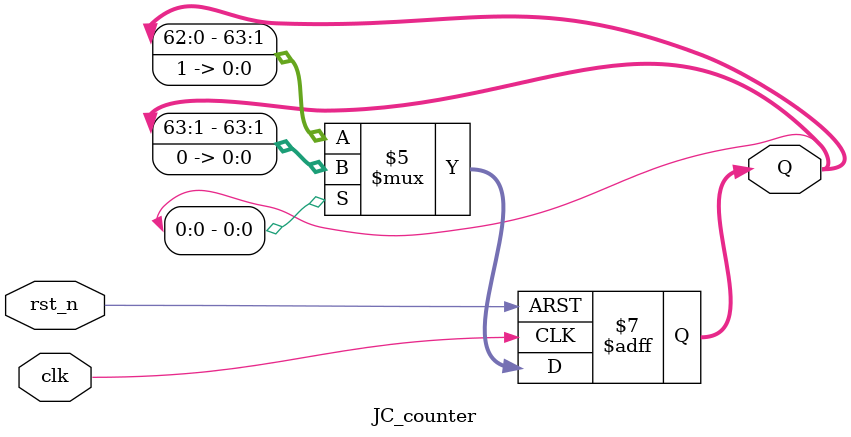
<source format=v>
module JC_counter (
    input wire clk,
    input wire rst_n,
    output reg [63:0] Q
);

always @(posedge clk or negedge rst_n) begin
    if (!rst_n) begin
        Q <= 64'b0;
    end else begin
        if (Q[0] == 1'b0) begin
            Q <= {Q[62:0], 1'b1};
        end else begin
            Q <= {Q[63:1], 1'b0};
        end
    end
end

endmodule
</source>
